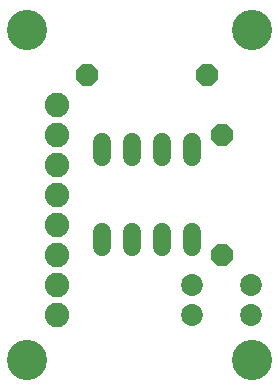
<source format=gts>
G75*
%MOIN*%
%OFA0B0*%
%FSLAX24Y24*%
%IPPOS*%
%LPD*%
%AMOC8*
5,1,8,0,0,1.08239X$1,22.5*
%
%ADD10C,0.1340*%
%ADD11C,0.0600*%
%ADD12OC8,0.0740*%
%ADD13C,0.0730*%
%ADD14C,0.0820*%
D10*
X001350Y001350D03*
X008850Y001350D03*
X008850Y012350D03*
X001350Y012350D03*
D11*
X003850Y008610D02*
X003850Y008090D01*
X004850Y008090D02*
X004850Y008610D01*
X005850Y008610D02*
X005850Y008090D01*
X006850Y008090D02*
X006850Y008610D01*
X006850Y005610D02*
X006850Y005090D01*
X005850Y005090D02*
X005850Y005610D01*
X004850Y005610D02*
X004850Y005090D01*
X003850Y005090D02*
X003850Y005610D01*
D12*
X007850Y004850D03*
X007850Y008850D03*
X007350Y010850D03*
X003350Y010850D03*
D13*
X006866Y003850D03*
X006866Y002850D03*
X008834Y002850D03*
X008834Y003850D03*
D14*
X002350Y003850D03*
X002350Y004850D03*
X002350Y005850D03*
X002350Y006850D03*
X002350Y007850D03*
X002350Y008850D03*
X002350Y009850D03*
X002350Y002850D03*
M02*

</source>
